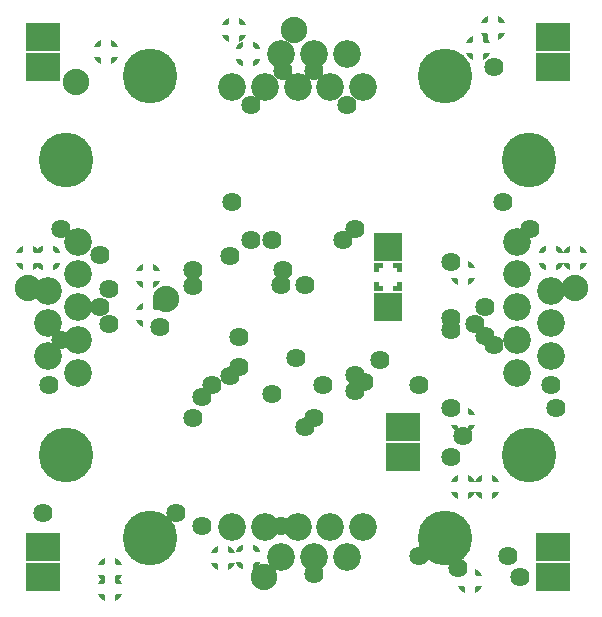
<source format=gbr>
%FSLAX14Y14*%
%MOIN*%
G04 EasyPC Gerber Version 18.0.1 Build 3581 *
%ADD100R,0.09200X0.09200*%
%ADD103C,0.06400*%
%ADD104C,0.08800*%
%ADD97C,0.09200*%
%AMT101*0 Thermal pad*4,1,6,0.03000,0.01600,0.03000,0.03000,0.01600,0.03000,0.01600,0.04600,0.04600,0.04600,0.04600,0.01600,0.03000,0.01600,0*4,1,6,-0.01600,0.03000,-0.03000,0.03000,-0.03000,0.01600,-0.04600,0.01600,-0.04600,0.04600,-0.01600,0.04600,-0.01600,0.03000,0*4,1,6,-0.03000,-0.01600,-0.03000,-0.03000,-0.01600,-0.03000,-0.01600,-0.04600,-0.04600,-0.04600,-0.04600,-0.01600,-0.03000,-0.01600,0*4,1,6,0.01600,-0.03000,0.03000,-0.03000,0.03000,-0.01600,0.04600,-0.01600,0.04600,-0.04600,0.01600,-0.04600,0.01600,-0.03000,0*%
%ADD101T101*%
%AMT105*0 Thermal pad*7,0,0,0.08800,0.05600,0.03200,0*%
%ADD105T105*%
%AMT98*0 Thermal pad*7,0,0,0.09200,0.06000,0.03200,0*%
%ADD98T98*%
%ADD99C,0.18200*%
%ADD107R,0.11200X0.09200*%
X0Y0D02*
D02*
D97*
X1700Y8544D03*
Y9635D03*
Y10725D03*
X2700Y7999D03*
Y9089D03*
Y10180D03*
Y11271D03*
Y12361D03*
X7844Y2855D03*
Y17505D03*
X8934Y2855D03*
Y17505D03*
X9480Y1855D03*
Y18620D03*
X10025Y2855D03*
Y17505D03*
X10570Y1855D03*
Y18620D03*
X11116Y2855D03*
Y17505D03*
X11661Y1855D03*
Y18620D03*
X12206Y2855D03*
Y17505D03*
X17350Y7999D03*
Y9089D03*
Y10180D03*
Y11271D03*
Y12361D03*
X18465Y8544D03*
Y9635D03*
Y10725D03*
D02*
D98*
X1700Y11816D03*
X8389Y1855D03*
Y18620D03*
X18465Y11816D03*
D02*
D99*
X2315Y5260D03*
Y15100D03*
X5105Y2470D03*
Y17890D03*
X14945Y2470D03*
Y17890D03*
X17735Y5260D03*
Y15100D03*
D02*
D100*
X13025Y10180D03*
Y12180D03*
D02*
D101*
Y11180D03*
D02*
D103*
X1525Y3330D03*
X1725Y7580D03*
X2125Y9080D03*
Y12780D03*
X3425Y10180D03*
Y11930D03*
X3725Y9630D03*
Y10780D03*
X5425Y9530D03*
X5975Y3330D03*
X6525Y6480D03*
Y10880D03*
Y11430D03*
X6825Y2880D03*
Y7180D03*
X7175Y7580D03*
X7775Y7880D03*
Y11880D03*
X7825Y13680D03*
X8075Y8180D03*
Y9180D03*
X8475Y12430D03*
Y16930D03*
X9175Y7280D03*
Y12430D03*
X9475Y2880D03*
Y10930D03*
X9525Y11430D03*
Y18055D03*
X9975Y8480D03*
X10275Y6180D03*
Y10930D03*
X10570Y6480D03*
X10575Y1280D03*
Y18055D03*
X10875Y7580D03*
X11525Y12430D03*
X11675Y16930D03*
X11925Y7380D03*
Y7930D03*
Y12780D03*
X12225Y7680D03*
X12775Y8430D03*
X14075Y1880D03*
Y7580D03*
X15125Y5180D03*
Y6830D03*
Y9430D03*
Y9830D03*
Y11680D03*
X15375Y1480D03*
X15525Y5880D03*
X15925Y9630D03*
X16275Y9230D03*
Y10180D03*
X16575Y8930D03*
Y18180D03*
X16875Y13680D03*
X17025Y1880D03*
X17425Y1180D03*
X17775Y12780D03*
X18475Y7580D03*
X18625Y6830D03*
D02*
D104*
X1025Y10805D03*
X2650Y17680D03*
X5650Y10435D03*
X8900Y1180D03*
X9900Y19430D03*
X19275Y10805D03*
D02*
D105*
X1025Y11805D03*
X3650Y18680D03*
X3775Y780D03*
Y1430D03*
X5025Y9930D03*
Y11230D03*
X7525Y1805D03*
X7900Y19430D03*
X15525Y4180D03*
Y6430D03*
Y11330D03*
X15775Y1055D03*
X16025Y18805D03*
X16325Y4180D03*
X16525Y19480D03*
X19275Y11805D03*
D02*
D107*
X1525Y1180D03*
Y2180D03*
Y18180D03*
Y19180D03*
X13525Y5180D03*
Y6180D03*
X18525Y1180D03*
Y2180D03*
Y18180D03*
Y19180D03*
X0Y0D02*
M02*

</source>
